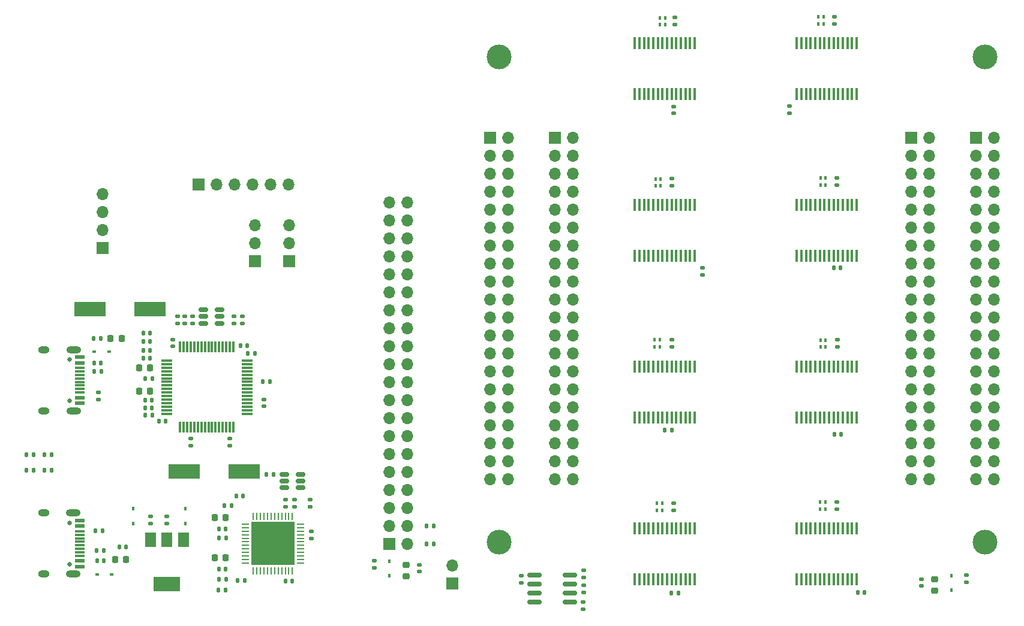
<source format=gts>
G04 #@! TF.GenerationSoftware,KiCad,Pcbnew,(6.0.7)*
G04 #@! TF.CreationDate,2023-08-17T19:04:11+07:00*
G04 #@! TF.ProjectId,ECELab_v1,4543454c-6162-45f7-9631-2e6b69636164,rev?*
G04 #@! TF.SameCoordinates,Original*
G04 #@! TF.FileFunction,Soldermask,Top*
G04 #@! TF.FilePolarity,Negative*
%FSLAX46Y46*%
G04 Gerber Fmt 4.6, Leading zero omitted, Abs format (unit mm)*
G04 Created by KiCad (PCBNEW (6.0.7)) date 2023-08-17 19:04:11*
%MOMM*%
%LPD*%
G01*
G04 APERTURE LIST*
G04 Aperture macros list*
%AMRoundRect*
0 Rectangle with rounded corners*
0 $1 Rounding radius*
0 $2 $3 $4 $5 $6 $7 $8 $9 X,Y pos of 4 corners*
0 Add a 4 corners polygon primitive as box body*
4,1,4,$2,$3,$4,$5,$6,$7,$8,$9,$2,$3,0*
0 Add four circle primitives for the rounded corners*
1,1,$1+$1,$2,$3*
1,1,$1+$1,$4,$5*
1,1,$1+$1,$6,$7*
1,1,$1+$1,$8,$9*
0 Add four rect primitives between the rounded corners*
20,1,$1+$1,$2,$3,$4,$5,0*
20,1,$1+$1,$4,$5,$6,$7,0*
20,1,$1+$1,$6,$7,$8,$9,0*
20,1,$1+$1,$8,$9,$2,$3,0*%
G04 Aperture macros list end*
%ADD10RoundRect,0.135000X-0.185000X0.135000X-0.185000X-0.135000X0.185000X-0.135000X0.185000X0.135000X0*%
%ADD11RoundRect,0.140000X-0.170000X0.140000X-0.170000X-0.140000X0.170000X-0.140000X0.170000X0.140000X0*%
%ADD12R,0.600000X0.450000*%
%ADD13RoundRect,0.140000X0.170000X-0.140000X0.170000X0.140000X-0.170000X0.140000X-0.170000X-0.140000X0*%
%ADD14R,0.400000X0.500000*%
%ADD15RoundRect,0.140000X0.140000X0.170000X-0.140000X0.170000X-0.140000X-0.170000X0.140000X-0.170000X0*%
%ADD16R,1.700000X1.700000*%
%ADD17O,1.700000X1.700000*%
%ADD18RoundRect,0.150000X-0.825000X-0.150000X0.825000X-0.150000X0.825000X0.150000X-0.825000X0.150000X0*%
%ADD19RoundRect,0.135000X-0.135000X-0.185000X0.135000X-0.185000X0.135000X0.185000X-0.135000X0.185000X0*%
%ADD20RoundRect,0.218750X0.256250X-0.218750X0.256250X0.218750X-0.256250X0.218750X-0.256250X-0.218750X0*%
%ADD21RoundRect,0.140000X-0.140000X-0.170000X0.140000X-0.170000X0.140000X0.170000X-0.140000X0.170000X0*%
%ADD22R,0.450000X1.750000*%
%ADD23C,3.500000*%
%ADD24RoundRect,0.135000X0.135000X0.185000X-0.135000X0.185000X-0.135000X-0.185000X0.135000X-0.185000X0*%
%ADD25RoundRect,0.135000X0.185000X-0.135000X0.185000X0.135000X-0.185000X0.135000X-0.185000X-0.135000X0*%
%ADD26RoundRect,0.218750X-0.218750X-0.256250X0.218750X-0.256250X0.218750X0.256250X-0.218750X0.256250X0*%
%ADD27RoundRect,0.147500X-0.147500X-0.172500X0.147500X-0.172500X0.147500X0.172500X-0.147500X0.172500X0*%
%ADD28C,0.650000*%
%ADD29R,1.450000X0.600000*%
%ADD30R,1.450000X0.300000*%
%ADD31O,1.600000X1.000000*%
%ADD32O,2.100000X1.000000*%
%ADD33R,1.500000X2.000000*%
%ADD34R,3.800000X2.000000*%
%ADD35RoundRect,0.218750X0.218750X0.256250X-0.218750X0.256250X-0.218750X-0.256250X0.218750X-0.256250X0*%
%ADD36RoundRect,0.075000X-0.700000X-0.075000X0.700000X-0.075000X0.700000X0.075000X-0.700000X0.075000X0*%
%ADD37RoundRect,0.075000X-0.075000X-0.700000X0.075000X-0.700000X0.075000X0.700000X-0.075000X0.700000X0*%
%ADD38R,0.450000X0.600000*%
%ADD39RoundRect,0.062500X-0.412500X-0.062500X0.412500X-0.062500X0.412500X0.062500X-0.412500X0.062500X0*%
%ADD40RoundRect,0.062500X-0.062500X-0.412500X0.062500X-0.412500X0.062500X0.412500X-0.062500X0.412500X0*%
%ADD41R,6.200000X6.200000*%
%ADD42R,4.500000X2.000000*%
%ADD43RoundRect,0.150000X-0.512500X-0.150000X0.512500X-0.150000X0.512500X0.150000X-0.512500X0.150000X0*%
%ADD44RoundRect,0.150000X0.512500X0.150000X-0.512500X0.150000X-0.512500X-0.150000X0.512500X-0.150000X0*%
G04 APERTURE END LIST*
D10*
X184124600Y-144600200D03*
X184124600Y-145620200D03*
D11*
X143348400Y-134603800D03*
X143348400Y-135563800D03*
D12*
X117178800Y-113665000D03*
X115078800Y-113665000D03*
D13*
X125339800Y-137951400D03*
X125339800Y-136991400D03*
D11*
X154609800Y-143258700D03*
X154609800Y-144218700D03*
D14*
X217531200Y-135932800D03*
X218231200Y-135932800D03*
X218231200Y-134932800D03*
X217531200Y-134932800D03*
D15*
X136056000Y-134067800D03*
X135096000Y-134067800D03*
D16*
X165582600Y-146431000D03*
D17*
X165582600Y-143891000D03*
D15*
X119571400Y-141306800D03*
X118611400Y-141306800D03*
D18*
X177230000Y-145288000D03*
X177230000Y-146558000D03*
X177230000Y-147828000D03*
X177230000Y-149098000D03*
X182180000Y-149098000D03*
X182180000Y-147828000D03*
X182180000Y-146558000D03*
X182180000Y-145288000D03*
D19*
X132627600Y-145828000D03*
X133647600Y-145828000D03*
D20*
X233654600Y-147421700D03*
X233654600Y-145846700D03*
D21*
X133445000Y-135439400D03*
X134405000Y-135439400D03*
D22*
X191355000Y-77260000D03*
X192005000Y-77260000D03*
X192655000Y-77260000D03*
X193305000Y-77260000D03*
X193955000Y-77260000D03*
X194605000Y-77260000D03*
X195255000Y-77260000D03*
X195905000Y-77260000D03*
X196555000Y-77260000D03*
X197205000Y-77260000D03*
X197855000Y-77260000D03*
X198505000Y-77260000D03*
X199155000Y-77260000D03*
X199805000Y-77260000D03*
X199805000Y-70060000D03*
X199155000Y-70060000D03*
X198505000Y-70060000D03*
X197855000Y-70060000D03*
X197205000Y-70060000D03*
X196555000Y-70060000D03*
X195905000Y-70060000D03*
X195255000Y-70060000D03*
X194605000Y-70060000D03*
X193955000Y-70060000D03*
X193305000Y-70060000D03*
X192655000Y-70060000D03*
X192005000Y-70060000D03*
X191355000Y-70060000D03*
D16*
X142544800Y-100863400D03*
D17*
X142544800Y-98323400D03*
X142544800Y-95783400D03*
D13*
X126796800Y-109674600D03*
X126796800Y-108714600D03*
D16*
X170917000Y-83477000D03*
D17*
X173457000Y-83477000D03*
X170917000Y-86017000D03*
X173457000Y-86017000D03*
X170917000Y-88557000D03*
X173457000Y-88557000D03*
X170917000Y-91097000D03*
X173457000Y-91097000D03*
X170917000Y-93637000D03*
X173457000Y-93637000D03*
X170917000Y-96177000D03*
X173457000Y-96177000D03*
X170917000Y-98717000D03*
X173457000Y-98717000D03*
X170917000Y-101257000D03*
X173457000Y-101257000D03*
X170917000Y-103797000D03*
X173457000Y-103797000D03*
X170917000Y-106337000D03*
X173457000Y-106337000D03*
X170917000Y-108877000D03*
X173457000Y-108877000D03*
X170917000Y-111417000D03*
X173457000Y-111417000D03*
X170917000Y-113957000D03*
X173457000Y-113957000D03*
X170917000Y-116497000D03*
X173457000Y-116497000D03*
X170917000Y-119037000D03*
X173457000Y-119037000D03*
X170917000Y-121577000D03*
X173457000Y-121577000D03*
X170917000Y-124117000D03*
X173457000Y-124117000D03*
X170917000Y-126657000D03*
X173457000Y-126657000D03*
X170917000Y-129197000D03*
X173457000Y-129197000D03*
X170917000Y-131737000D03*
X173457000Y-131737000D03*
D23*
X240766600Y-72034400D03*
D24*
X116426400Y-141814800D03*
X115406400Y-141814800D03*
D14*
X194925000Y-67475000D03*
X195625000Y-67475000D03*
X195625000Y-66475000D03*
X194925000Y-66475000D03*
D25*
X127838200Y-109704600D03*
X127838200Y-108684600D03*
D26*
X117999100Y-143008600D03*
X119574100Y-143008600D03*
D22*
X191355000Y-122980000D03*
X192005000Y-122980000D03*
X192655000Y-122980000D03*
X193305000Y-122980000D03*
X193955000Y-122980000D03*
X194605000Y-122980000D03*
X195255000Y-122980000D03*
X195905000Y-122980000D03*
X196555000Y-122980000D03*
X197205000Y-122980000D03*
X197855000Y-122980000D03*
X198505000Y-122980000D03*
X199155000Y-122980000D03*
X199805000Y-122980000D03*
X199805000Y-115780000D03*
X199155000Y-115780000D03*
X198505000Y-115780000D03*
X197855000Y-115780000D03*
X197205000Y-115780000D03*
X196555000Y-115780000D03*
X195905000Y-115780000D03*
X195255000Y-115780000D03*
X194605000Y-115780000D03*
X193955000Y-115780000D03*
X193305000Y-115780000D03*
X192655000Y-115780000D03*
X192005000Y-115780000D03*
X191355000Y-115780000D03*
D23*
X172186600Y-140614400D03*
D21*
X138864400Y-117932200D03*
X139824400Y-117932200D03*
D10*
X196550800Y-111978600D03*
X196550800Y-112998600D03*
D24*
X123242800Y-117449600D03*
X122222800Y-117449600D03*
D15*
X133619600Y-144431000D03*
X132659600Y-144431000D03*
D21*
X135331400Y-146043200D03*
X136291400Y-146043200D03*
D15*
X122958800Y-114630200D03*
X121998800Y-114630200D03*
D25*
X128930400Y-109704600D03*
X128930400Y-108684600D03*
D16*
X239497000Y-83477000D03*
D17*
X242037000Y-83477000D03*
X239497000Y-86017000D03*
X242037000Y-86017000D03*
X239497000Y-88557000D03*
X242037000Y-88557000D03*
X239497000Y-91097000D03*
X242037000Y-91097000D03*
X239497000Y-93637000D03*
X242037000Y-93637000D03*
X239497000Y-96177000D03*
X242037000Y-96177000D03*
X239497000Y-98717000D03*
X242037000Y-98717000D03*
X239497000Y-101257000D03*
X242037000Y-101257000D03*
X239497000Y-103797000D03*
X242037000Y-103797000D03*
X239497000Y-106337000D03*
X242037000Y-106337000D03*
X239497000Y-108877000D03*
X242037000Y-108877000D03*
X239497000Y-111417000D03*
X242037000Y-111417000D03*
X239497000Y-113957000D03*
X242037000Y-113957000D03*
X239497000Y-116497000D03*
X242037000Y-116497000D03*
X239497000Y-119037000D03*
X242037000Y-119037000D03*
X239497000Y-121577000D03*
X242037000Y-121577000D03*
X239497000Y-124117000D03*
X242037000Y-124117000D03*
X239497000Y-126657000D03*
X242037000Y-126657000D03*
X239497000Y-129197000D03*
X242037000Y-129197000D03*
X239497000Y-131737000D03*
X242037000Y-131737000D03*
D22*
X214215000Y-145840000D03*
X214865000Y-145840000D03*
X215515000Y-145840000D03*
X216165000Y-145840000D03*
X216815000Y-145840000D03*
X217465000Y-145840000D03*
X218115000Y-145840000D03*
X218765000Y-145840000D03*
X219415000Y-145840000D03*
X220065000Y-145840000D03*
X220715000Y-145840000D03*
X221365000Y-145840000D03*
X222015000Y-145840000D03*
X222665000Y-145840000D03*
X222665000Y-138640000D03*
X222015000Y-138640000D03*
X221365000Y-138640000D03*
X220715000Y-138640000D03*
X220065000Y-138640000D03*
X219415000Y-138640000D03*
X218765000Y-138640000D03*
X218115000Y-138640000D03*
X217465000Y-138640000D03*
X216815000Y-138640000D03*
X216165000Y-138640000D03*
X215515000Y-138640000D03*
X214865000Y-138640000D03*
X214215000Y-138640000D03*
D14*
X217582000Y-113022000D03*
X218282000Y-113022000D03*
X218282000Y-112022000D03*
X217582000Y-112022000D03*
D10*
X184124600Y-146657600D03*
X184124600Y-147677600D03*
X219938600Y-112012000D03*
X219938600Y-113032000D03*
D21*
X161978400Y-138303000D03*
X162938400Y-138303000D03*
D14*
X217275000Y-67350000D03*
X217975000Y-67350000D03*
X217975000Y-66350000D03*
X217275000Y-66350000D03*
D27*
X105506800Y-128193800D03*
X106476800Y-128193800D03*
D21*
X135689400Y-112801400D03*
X136649400Y-112801400D03*
D28*
X111616800Y-120593600D03*
X111616800Y-114813600D03*
D29*
X113061800Y-114453600D03*
X113061800Y-115253600D03*
D30*
X113061800Y-116453600D03*
X113061800Y-117453600D03*
X113061800Y-117953600D03*
X113061800Y-118953600D03*
D29*
X113061800Y-120153600D03*
X113061800Y-120953600D03*
X113061800Y-120953600D03*
X113061800Y-120153600D03*
D30*
X113061800Y-119453600D03*
X113061800Y-118453600D03*
X113061800Y-116953600D03*
X113061800Y-115953600D03*
D29*
X113061800Y-115253600D03*
X113061800Y-114453600D03*
D31*
X107966800Y-113383600D03*
D32*
X112146800Y-122023600D03*
X112146800Y-113383600D03*
D31*
X107966800Y-122023600D03*
D33*
X127639800Y-140214200D03*
X125339800Y-140214200D03*
D34*
X125339800Y-146514200D03*
D33*
X123039800Y-140214200D03*
D26*
X132047300Y-137115800D03*
X133622300Y-137115800D03*
D11*
X200925000Y-101845000D03*
X200925000Y-102805000D03*
D12*
X117550600Y-145142200D03*
X115450600Y-145142200D03*
D35*
X118922900Y-111836200D03*
X117347900Y-111836200D03*
D10*
X219550000Y-66340000D03*
X219550000Y-67360000D03*
X145685200Y-139044200D03*
X145685200Y-140064200D03*
D11*
X231800400Y-145849400D03*
X231800400Y-146809400D03*
D19*
X132602200Y-147402800D03*
X133622200Y-147402800D03*
D15*
X197505000Y-147775000D03*
X196545000Y-147775000D03*
D32*
X112111000Y-145118800D03*
X112111000Y-136478800D03*
D31*
X107931000Y-136478800D03*
X107931000Y-145118800D03*
D29*
X113026000Y-137548800D03*
X113026000Y-138348800D03*
D30*
X113026000Y-139048800D03*
X113026000Y-140048800D03*
X113026000Y-141548800D03*
X113026000Y-142548800D03*
D29*
X113026000Y-143248800D03*
X113026000Y-144048800D03*
X113026000Y-144048800D03*
X113026000Y-143248800D03*
D30*
X113026000Y-142048800D03*
X113026000Y-141048800D03*
X113026000Y-140548800D03*
X113026000Y-139548800D03*
D29*
X113026000Y-138348800D03*
X113026000Y-137548800D03*
D28*
X111581000Y-137908800D03*
X111581000Y-143688800D03*
D36*
X125262000Y-114944200D03*
X125262000Y-115444200D03*
X125262000Y-115944200D03*
X125262000Y-116444200D03*
X125262000Y-116944200D03*
X125262000Y-117444200D03*
X125262000Y-117944200D03*
X125262000Y-118444200D03*
X125262000Y-118944200D03*
X125262000Y-119444200D03*
X125262000Y-119944200D03*
X125262000Y-120444200D03*
X125262000Y-120944200D03*
X125262000Y-121444200D03*
X125262000Y-121944200D03*
X125262000Y-122444200D03*
D37*
X127187000Y-124369200D03*
X127687000Y-124369200D03*
X128187000Y-124369200D03*
X128687000Y-124369200D03*
X129187000Y-124369200D03*
X129687000Y-124369200D03*
X130187000Y-124369200D03*
X130687000Y-124369200D03*
X131187000Y-124369200D03*
X131687000Y-124369200D03*
X132187000Y-124369200D03*
X132687000Y-124369200D03*
X133187000Y-124369200D03*
X133687000Y-124369200D03*
X134187000Y-124369200D03*
X134687000Y-124369200D03*
D36*
X136612000Y-122444200D03*
X136612000Y-121944200D03*
X136612000Y-121444200D03*
X136612000Y-120944200D03*
X136612000Y-120444200D03*
X136612000Y-119944200D03*
X136612000Y-119444200D03*
X136612000Y-118944200D03*
X136612000Y-118444200D03*
X136612000Y-117944200D03*
X136612000Y-117444200D03*
X136612000Y-116944200D03*
X136612000Y-116444200D03*
X136612000Y-115944200D03*
X136612000Y-115444200D03*
X136612000Y-114944200D03*
D37*
X134687000Y-113019200D03*
X134187000Y-113019200D03*
X133687000Y-113019200D03*
X133187000Y-113019200D03*
X132687000Y-113019200D03*
X132187000Y-113019200D03*
X131687000Y-113019200D03*
X131187000Y-113019200D03*
X130687000Y-113019200D03*
X130187000Y-113019200D03*
X129687000Y-113019200D03*
X129187000Y-113019200D03*
X128687000Y-113019200D03*
X128187000Y-113019200D03*
X127687000Y-113019200D03*
X127187000Y-113019200D03*
D22*
X214215000Y-100120000D03*
X214865000Y-100120000D03*
X215515000Y-100120000D03*
X216165000Y-100120000D03*
X216815000Y-100120000D03*
X217465000Y-100120000D03*
X218115000Y-100120000D03*
X218765000Y-100120000D03*
X219415000Y-100120000D03*
X220065000Y-100120000D03*
X220715000Y-100120000D03*
X221365000Y-100120000D03*
X222015000Y-100120000D03*
X222665000Y-100120000D03*
X222665000Y-92920000D03*
X222015000Y-92920000D03*
X221365000Y-92920000D03*
X220715000Y-92920000D03*
X220065000Y-92920000D03*
X219415000Y-92920000D03*
X218765000Y-92920000D03*
X218115000Y-92920000D03*
X217465000Y-92920000D03*
X216815000Y-92920000D03*
X216165000Y-92920000D03*
X215515000Y-92920000D03*
X214865000Y-92920000D03*
X214215000Y-92920000D03*
D21*
X121998800Y-111048800D03*
X122958800Y-111048800D03*
D38*
X156750800Y-145377000D03*
X156750800Y-143277000D03*
D21*
X161978400Y-140843000D03*
X162938400Y-140843000D03*
D15*
X123212800Y-121589800D03*
X122252800Y-121589800D03*
D39*
X136400000Y-138048800D03*
X136400000Y-138548800D03*
X136400000Y-139048800D03*
X136400000Y-139548800D03*
X136400000Y-140048800D03*
X136400000Y-140548800D03*
X136400000Y-141048800D03*
X136400000Y-141548800D03*
X136400000Y-142048800D03*
X136400000Y-142548800D03*
X136400000Y-143048800D03*
X136400000Y-143548800D03*
D40*
X137525000Y-144673800D03*
X138025000Y-144673800D03*
X138525000Y-144673800D03*
X139025000Y-144673800D03*
X139525000Y-144673800D03*
X140025000Y-144673800D03*
X140525000Y-144673800D03*
X141025000Y-144673800D03*
X141525000Y-144673800D03*
X142025000Y-144673800D03*
X142525000Y-144673800D03*
X143025000Y-144673800D03*
D39*
X144150000Y-143548800D03*
X144150000Y-143048800D03*
X144150000Y-142548800D03*
X144150000Y-142048800D03*
X144150000Y-141548800D03*
X144150000Y-141048800D03*
X144150000Y-140548800D03*
X144150000Y-140048800D03*
X144150000Y-139548800D03*
X144150000Y-139048800D03*
X144150000Y-138548800D03*
X144150000Y-138048800D03*
D40*
X143025000Y-136923800D03*
X142525000Y-136923800D03*
X142025000Y-136923800D03*
X141525000Y-136923800D03*
X141025000Y-136923800D03*
X140525000Y-136923800D03*
X140025000Y-136923800D03*
X139525000Y-136923800D03*
X139025000Y-136923800D03*
X138525000Y-136923800D03*
X138025000Y-136923800D03*
X137525000Y-136923800D03*
D41*
X140275000Y-140798800D03*
D15*
X133619600Y-138690600D03*
X132659600Y-138690600D03*
D22*
X191355000Y-145840000D03*
X192005000Y-145840000D03*
X192655000Y-145840000D03*
X193305000Y-145840000D03*
X193955000Y-145840000D03*
X194605000Y-145840000D03*
X195255000Y-145840000D03*
X195905000Y-145840000D03*
X196555000Y-145840000D03*
X197205000Y-145840000D03*
X197855000Y-145840000D03*
X198505000Y-145840000D03*
X199155000Y-145840000D03*
X199805000Y-145840000D03*
X199805000Y-138640000D03*
X199155000Y-138640000D03*
X198505000Y-138640000D03*
X197855000Y-138640000D03*
X197205000Y-138640000D03*
X196555000Y-138640000D03*
X195905000Y-138640000D03*
X195255000Y-138640000D03*
X194605000Y-138640000D03*
X193955000Y-138640000D03*
X193305000Y-138640000D03*
X192655000Y-138640000D03*
X192005000Y-138640000D03*
X191355000Y-138640000D03*
D42*
X136261400Y-130593200D03*
X127761400Y-130593200D03*
D13*
X175310800Y-146326800D03*
X175310800Y-145366800D03*
X142027600Y-135563800D03*
X142027600Y-134603800D03*
D21*
X136756200Y-113893600D03*
X137716200Y-113893600D03*
D11*
X128701800Y-125963800D03*
X128701800Y-126923800D03*
D16*
X116281200Y-99009200D03*
D17*
X116281200Y-96469200D03*
X116281200Y-93929200D03*
X116281200Y-91389200D03*
D21*
X121998800Y-112268000D03*
X122958800Y-112268000D03*
D13*
X213200000Y-79955000D03*
X213200000Y-78995000D03*
D22*
X191355000Y-100120000D03*
X192005000Y-100120000D03*
X192655000Y-100120000D03*
X193305000Y-100120000D03*
X193955000Y-100120000D03*
X194605000Y-100120000D03*
X195255000Y-100120000D03*
X195905000Y-100120000D03*
X196555000Y-100120000D03*
X197205000Y-100120000D03*
X197855000Y-100120000D03*
X198505000Y-100120000D03*
X199155000Y-100120000D03*
X199805000Y-100120000D03*
X199805000Y-92920000D03*
X199155000Y-92920000D03*
X198505000Y-92920000D03*
X197855000Y-92920000D03*
X197205000Y-92920000D03*
X196555000Y-92920000D03*
X195905000Y-92920000D03*
X195255000Y-92920000D03*
X194605000Y-92920000D03*
X193955000Y-92920000D03*
X193305000Y-92920000D03*
X192655000Y-92920000D03*
X192005000Y-92920000D03*
X191355000Y-92920000D03*
D38*
X127930600Y-135862600D03*
X127930600Y-137962600D03*
D13*
X123053800Y-137951400D03*
X123053800Y-136991400D03*
D15*
X143015600Y-146082000D03*
X142055600Y-146082000D03*
D11*
X134188200Y-125961200D03*
X134188200Y-126921200D03*
D25*
X115671600Y-120474200D03*
X115671600Y-119454200D03*
D43*
X141923900Y-131018200D03*
X141923900Y-131968200D03*
X141923900Y-132918200D03*
X144198900Y-132918200D03*
X144198900Y-131968200D03*
X144198900Y-131018200D03*
D16*
X156732400Y-140860800D03*
D17*
X159272400Y-140860800D03*
X156732400Y-138320800D03*
X159272400Y-138320800D03*
X156732400Y-135780800D03*
X159272400Y-135780800D03*
X156732400Y-133240800D03*
X159272400Y-133240800D03*
X156732400Y-130700800D03*
X159272400Y-130700800D03*
X156732400Y-128160800D03*
X159272400Y-128160800D03*
X156732400Y-125620800D03*
X159272400Y-125620800D03*
X156732400Y-123080800D03*
X159272400Y-123080800D03*
X156732400Y-120540800D03*
X159272400Y-120540800D03*
X156732400Y-118000800D03*
X159272400Y-118000800D03*
X156732400Y-115460800D03*
X159272400Y-115460800D03*
X156732400Y-112920800D03*
X159272400Y-112920800D03*
X156732400Y-110380800D03*
X159272400Y-110380800D03*
X156732400Y-107840800D03*
X159272400Y-107840800D03*
X156732400Y-105300800D03*
X159272400Y-105300800D03*
X156732400Y-102760800D03*
X159272400Y-102760800D03*
X156732400Y-100220800D03*
X159272400Y-100220800D03*
X156732400Y-97680800D03*
X159272400Y-97680800D03*
X156732400Y-95140800D03*
X159272400Y-95140800D03*
X156732400Y-92600800D03*
X159272400Y-92600800D03*
D25*
X134797800Y-109653800D03*
X134797800Y-108633800D03*
D26*
X121386500Y-115951000D03*
X122961500Y-115951000D03*
D22*
X214215000Y-122980000D03*
X214865000Y-122980000D03*
X215515000Y-122980000D03*
X216165000Y-122980000D03*
X216815000Y-122980000D03*
X217465000Y-122980000D03*
X218115000Y-122980000D03*
X218765000Y-122980000D03*
X219415000Y-122980000D03*
X220065000Y-122980000D03*
X220715000Y-122980000D03*
X221365000Y-122980000D03*
X222015000Y-122980000D03*
X222665000Y-122980000D03*
X222665000Y-115780000D03*
X222015000Y-115780000D03*
X221365000Y-115780000D03*
X220715000Y-115780000D03*
X220065000Y-115780000D03*
X219415000Y-115780000D03*
X218765000Y-115780000D03*
X218115000Y-115780000D03*
X217465000Y-115780000D03*
X216815000Y-115780000D03*
X216165000Y-115780000D03*
X215515000Y-115780000D03*
X214865000Y-115780000D03*
X214215000Y-115780000D03*
D44*
X132734900Y-109662000D03*
X132734900Y-108712000D03*
X132734900Y-107762000D03*
X130459900Y-107762000D03*
X130459900Y-108712000D03*
X130459900Y-109662000D03*
D11*
X145567400Y-134603800D03*
X145567400Y-135563800D03*
X238125000Y-145290600D03*
X238125000Y-146250600D03*
D42*
X114444200Y-107696000D03*
X122944200Y-107696000D03*
D23*
X240766600Y-140614400D03*
D15*
X220380000Y-101850000D03*
X219420000Y-101850000D03*
D21*
X115436400Y-143237200D03*
X116396400Y-143237200D03*
D20*
X159080200Y-145389800D03*
X159080200Y-143814800D03*
D26*
X132045300Y-142754600D03*
X133620300Y-142754600D03*
D11*
X184048400Y-149100600D03*
X184048400Y-150060600D03*
D15*
X115948400Y-111836200D03*
X114988400Y-111836200D03*
D13*
X126136400Y-112923200D03*
X126136400Y-111963200D03*
D24*
X133649600Y-140036800D03*
X132629600Y-140036800D03*
D26*
X121386500Y-119227600D03*
X122961500Y-119227600D03*
D14*
X194168800Y-112988600D03*
X194868800Y-112988600D03*
X194868800Y-111988600D03*
X194168800Y-111988600D03*
D24*
X109060100Y-130454400D03*
X108040100Y-130454400D03*
D15*
X223780000Y-147725000D03*
X222820000Y-147725000D03*
D21*
X195595000Y-124775000D03*
X196555000Y-124775000D03*
D16*
X137705800Y-100888400D03*
D17*
X137705800Y-98348400D03*
X137705800Y-95808400D03*
D24*
X109069600Y-128193800D03*
X108049600Y-128193800D03*
D16*
X129768600Y-90059400D03*
D17*
X132308600Y-90059400D03*
X134848600Y-90059400D03*
X137388600Y-90059400D03*
X139928600Y-90059400D03*
X142468600Y-90059400D03*
D16*
X180061000Y-83477000D03*
D17*
X182601000Y-83477000D03*
X180061000Y-86017000D03*
X182601000Y-86017000D03*
X180061000Y-88557000D03*
X182601000Y-88557000D03*
X180061000Y-91097000D03*
X182601000Y-91097000D03*
X180061000Y-93637000D03*
X182601000Y-93637000D03*
X180061000Y-96177000D03*
X182601000Y-96177000D03*
X180061000Y-98717000D03*
X182601000Y-98717000D03*
X180061000Y-101257000D03*
X182601000Y-101257000D03*
X180061000Y-103797000D03*
X182601000Y-103797000D03*
X180061000Y-106337000D03*
X182601000Y-106337000D03*
X180061000Y-108877000D03*
X182601000Y-108877000D03*
X180061000Y-111417000D03*
X182601000Y-111417000D03*
X180061000Y-113957000D03*
X182601000Y-113957000D03*
X180061000Y-116497000D03*
X182601000Y-116497000D03*
X180061000Y-119037000D03*
X182601000Y-119037000D03*
X180061000Y-121577000D03*
X182601000Y-121577000D03*
X180061000Y-124117000D03*
X182601000Y-124117000D03*
X180061000Y-126657000D03*
X182601000Y-126657000D03*
X180061000Y-129197000D03*
X182601000Y-129197000D03*
X180061000Y-131737000D03*
X182601000Y-131737000D03*
D38*
X236016800Y-147404800D03*
X236016800Y-145304800D03*
D10*
X219862400Y-134922800D03*
X219862400Y-135942800D03*
D23*
X172186600Y-72034400D03*
D15*
X123212800Y-120548400D03*
X122252800Y-120548400D03*
X122958800Y-113512600D03*
X121998800Y-113512600D03*
D14*
X194300000Y-90250000D03*
X195000000Y-90250000D03*
X195000000Y-89250000D03*
X194300000Y-89250000D03*
D38*
X120539200Y-137962600D03*
X120539200Y-135862600D03*
D10*
X197050000Y-66465000D03*
X197050000Y-67485000D03*
D14*
X194493400Y-136110600D03*
X195193400Y-136110600D03*
X195193400Y-135110600D03*
X194493400Y-135110600D03*
D10*
X135940800Y-108633800D03*
X135940800Y-109653800D03*
D24*
X123242800Y-122682000D03*
X122222800Y-122682000D03*
D10*
X196625000Y-89240000D03*
X196625000Y-90260000D03*
X196850000Y-135100600D03*
X196850000Y-136120600D03*
D13*
X196825000Y-80005000D03*
X196825000Y-79045000D03*
D16*
X230353000Y-83477000D03*
D17*
X232893000Y-83477000D03*
X230353000Y-86017000D03*
X232893000Y-86017000D03*
X230353000Y-88557000D03*
X232893000Y-88557000D03*
X230353000Y-91097000D03*
X232893000Y-91097000D03*
X230353000Y-93637000D03*
X232893000Y-93637000D03*
X230353000Y-96177000D03*
X232893000Y-96177000D03*
X230353000Y-98717000D03*
X232893000Y-98717000D03*
X230353000Y-101257000D03*
X232893000Y-101257000D03*
X230353000Y-103797000D03*
X232893000Y-103797000D03*
X230353000Y-106337000D03*
X232893000Y-106337000D03*
X230353000Y-108877000D03*
X232893000Y-108877000D03*
X230353000Y-111417000D03*
X232893000Y-111417000D03*
X230353000Y-113957000D03*
X232893000Y-113957000D03*
X230353000Y-116497000D03*
X232893000Y-116497000D03*
X230353000Y-119037000D03*
X232893000Y-119037000D03*
X230353000Y-121577000D03*
X232893000Y-121577000D03*
X230353000Y-124117000D03*
X232893000Y-124117000D03*
X230353000Y-126657000D03*
X232893000Y-126657000D03*
X230353000Y-129197000D03*
X232893000Y-129197000D03*
X230353000Y-131737000D03*
X232893000Y-131737000D03*
D15*
X125117800Y-123469400D03*
X124157800Y-123469400D03*
D19*
X115203200Y-138944600D03*
X116223200Y-138944600D03*
D11*
X139039600Y-120449400D03*
X139039600Y-121409400D03*
D24*
X140371400Y-131018200D03*
X139351400Y-131018200D03*
D27*
X105499700Y-130454400D03*
X106469700Y-130454400D03*
D19*
X115034600Y-116459000D03*
X116054600Y-116459000D03*
D14*
X217575000Y-90100000D03*
X218275000Y-90100000D03*
X218275000Y-89100000D03*
X217575000Y-89100000D03*
D10*
X219900000Y-89090000D03*
X219900000Y-90110000D03*
D21*
X115064600Y-115239800D03*
X116024600Y-115239800D03*
D11*
X160934400Y-143817500D03*
X160934400Y-144777500D03*
D22*
X214215000Y-77260000D03*
X214865000Y-77260000D03*
X215515000Y-77260000D03*
X216165000Y-77260000D03*
X216815000Y-77260000D03*
X217465000Y-77260000D03*
X218115000Y-77260000D03*
X218765000Y-77260000D03*
X219415000Y-77260000D03*
X220065000Y-77260000D03*
X220715000Y-77260000D03*
X221365000Y-77260000D03*
X222015000Y-77260000D03*
X222665000Y-77260000D03*
X222665000Y-70060000D03*
X222015000Y-70060000D03*
X221365000Y-70060000D03*
X220715000Y-70060000D03*
X220065000Y-70060000D03*
X219415000Y-70060000D03*
X218765000Y-70060000D03*
X218115000Y-70060000D03*
X217465000Y-70060000D03*
X216815000Y-70060000D03*
X216165000Y-70060000D03*
X215515000Y-70060000D03*
X214865000Y-70060000D03*
X214215000Y-70060000D03*
D15*
X220480000Y-125375000D03*
X219520000Y-125375000D03*
M02*

</source>
